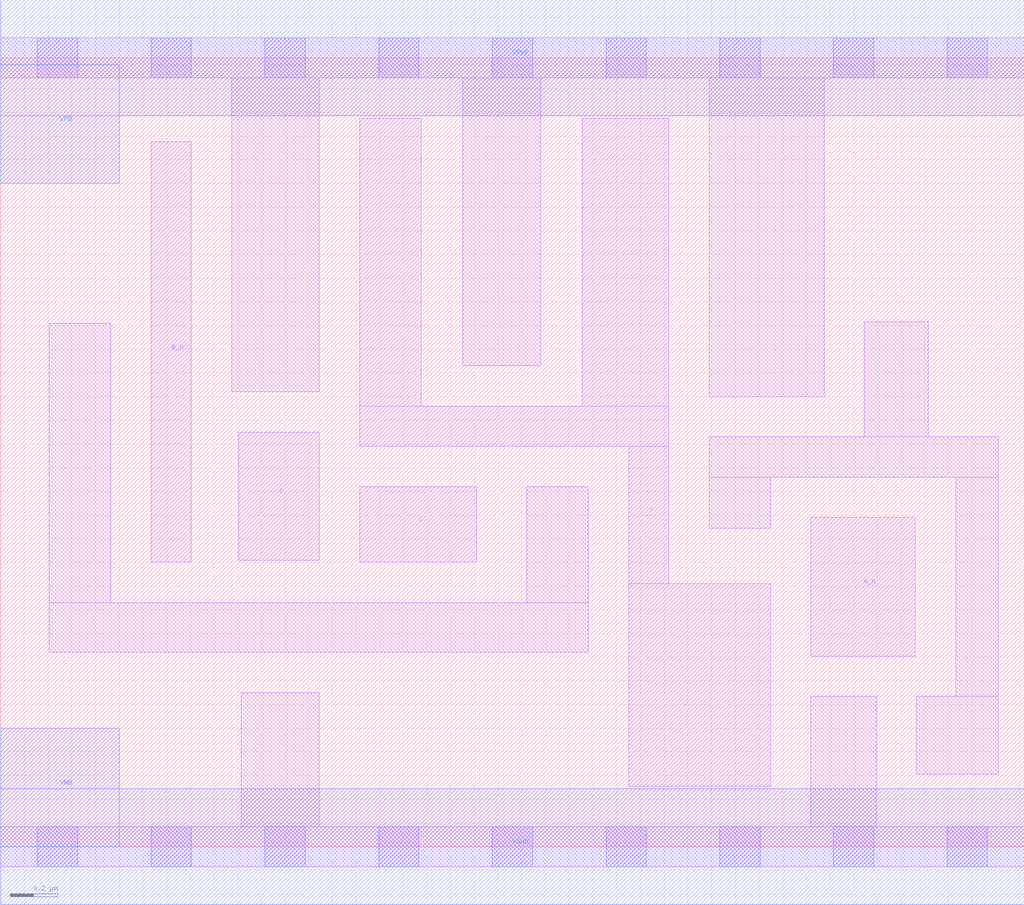
<source format=lef>
# Copyright 2020 The SkyWater PDK Authors
#
# Licensed under the Apache License, Version 2.0 (the "License");
# you may not use this file except in compliance with the License.
# You may obtain a copy of the License at
#
#     https://www.apache.org/licenses/LICENSE-2.0
#
# Unless required by applicable law or agreed to in writing, software
# distributed under the License is distributed on an "AS IS" BASIS,
# WITHOUT WARRANTIES OR CONDITIONS OF ANY KIND, either express or implied.
# See the License for the specific language governing permissions and
# limitations under the License.
#
# SPDX-License-Identifier: Apache-2.0

VERSION 5.5 ;
NAMESCASESENSITIVE ON ;
BUSBITCHARS "[]" ;
DIVIDERCHAR "/" ;
MACRO sky130_fd_sc_lp__nand4bb_1
  CLASS CORE ;
  SOURCE USER ;
  ORIGIN  0.000000  0.000000 ;
  SIZE  4.320000 BY  3.330000 ;
  SYMMETRY X Y R90 ;
  SITE unit ;
  PIN A_N
    ANTENNAGATEAREA  0.126000 ;
    DIRECTION INPUT ;
    USE SIGNAL ;
    PORT
      LAYER li1 ;
        RECT 3.420000 0.805000 3.860000 1.390000 ;
    END
  END A_N
  PIN B_N
    ANTENNAGATEAREA  0.126000 ;
    DIRECTION INPUT ;
    USE SIGNAL ;
    PORT
      LAYER li1 ;
        RECT 0.635000 1.200000 0.805000 2.975000 ;
    END
  END B_N
  PIN C
    ANTENNAGATEAREA  0.315000 ;
    DIRECTION INPUT ;
    USE SIGNAL ;
    PORT
      LAYER li1 ;
        RECT 1.515000 1.200000 2.010000 1.520000 ;
    END
  END C
  PIN D
    ANTENNAGATEAREA  0.315000 ;
    DIRECTION INPUT ;
    USE SIGNAL ;
    PORT
      LAYER li1 ;
        RECT 1.005000 1.210000 1.345000 1.750000 ;
    END
  END D
  PIN Y
    ANTENNADIFFAREA  0.928200 ;
    DIRECTION OUTPUT ;
    USE SIGNAL ;
    PORT
      LAYER li1 ;
        RECT 1.515000 1.690000 2.820000 1.860000 ;
        RECT 1.515000 1.860000 1.775000 3.075000 ;
        RECT 2.455000 1.860000 2.820000 3.075000 ;
        RECT 2.650000 0.255000 3.250000 1.110000 ;
        RECT 2.650000 1.110000 2.820000 1.690000 ;
    END
  END Y
  PIN VGND
    DIRECTION INOUT ;
    USE GROUND ;
    PORT
      LAYER met1 ;
        RECT 0.000000 -0.245000 4.320000 0.245000 ;
    END
  END VGND
  PIN VNB
    DIRECTION INOUT ;
    USE GROUND ;
    PORT
      LAYER met1 ;
        RECT 0.000000 0.000000 0.500000 0.500000 ;
    END
  END VNB
  PIN VPB
    DIRECTION INOUT ;
    USE POWER ;
    PORT
      LAYER met1 ;
        RECT 0.000000 2.800000 0.500000 3.300000 ;
    END
  END VPB
  PIN VPWR
    DIRECTION INOUT ;
    USE POWER ;
    PORT
      LAYER met1 ;
        RECT 0.000000 3.085000 4.320000 3.575000 ;
    END
  END VPWR
  OBS
    LAYER li1 ;
      RECT 0.000000 -0.085000 4.320000 0.085000 ;
      RECT 0.000000  3.245000 4.320000 3.415000 ;
      RECT 0.205000  0.820000 2.480000 1.030000 ;
      RECT 0.205000  1.030000 0.465000 2.210000 ;
      RECT 0.975000  1.920000 1.345000 3.245000 ;
      RECT 1.015000  0.085000 1.345000 0.650000 ;
      RECT 1.950000  2.030000 2.280000 3.245000 ;
      RECT 2.220000  1.030000 2.480000 1.520000 ;
      RECT 2.990000  1.345000 3.250000 1.560000 ;
      RECT 2.990000  1.560000 4.210000 1.730000 ;
      RECT 2.990000  1.900000 3.475000 3.245000 ;
      RECT 3.420000  0.085000 3.695000 0.635000 ;
      RECT 3.645000  1.730000 3.915000 2.215000 ;
      RECT 3.865000  0.305000 4.210000 0.635000 ;
      RECT 4.030000  0.635000 4.210000 1.560000 ;
    LAYER mcon ;
      RECT 0.155000 -0.085000 0.325000 0.085000 ;
      RECT 0.155000  3.245000 0.325000 3.415000 ;
      RECT 0.635000 -0.085000 0.805000 0.085000 ;
      RECT 0.635000  3.245000 0.805000 3.415000 ;
      RECT 1.115000 -0.085000 1.285000 0.085000 ;
      RECT 1.115000  3.245000 1.285000 3.415000 ;
      RECT 1.595000 -0.085000 1.765000 0.085000 ;
      RECT 1.595000  3.245000 1.765000 3.415000 ;
      RECT 2.075000 -0.085000 2.245000 0.085000 ;
      RECT 2.075000  3.245000 2.245000 3.415000 ;
      RECT 2.555000 -0.085000 2.725000 0.085000 ;
      RECT 2.555000  3.245000 2.725000 3.415000 ;
      RECT 3.035000 -0.085000 3.205000 0.085000 ;
      RECT 3.035000  3.245000 3.205000 3.415000 ;
      RECT 3.515000 -0.085000 3.685000 0.085000 ;
      RECT 3.515000  3.245000 3.685000 3.415000 ;
      RECT 3.995000 -0.085000 4.165000 0.085000 ;
      RECT 3.995000  3.245000 4.165000 3.415000 ;
  END
END sky130_fd_sc_lp__nand4bb_1

</source>
